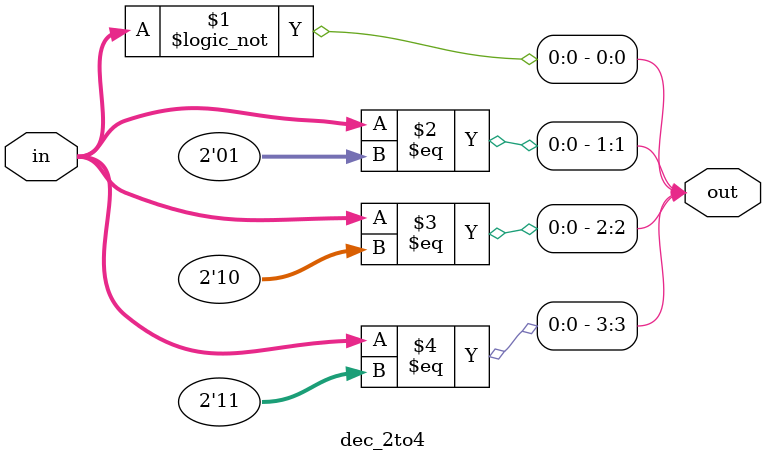
<source format=v>
module dec_2to4 (
    input  wire [1:0] in,
    output wire [3:0] out
);

    assign out[0] = in == 2'b00;
    assign out[1] = in == 2'b01;
    assign out[2] = in == 2'b10;
    assign out[3] = in == 2'b11;

endmodule
</source>
